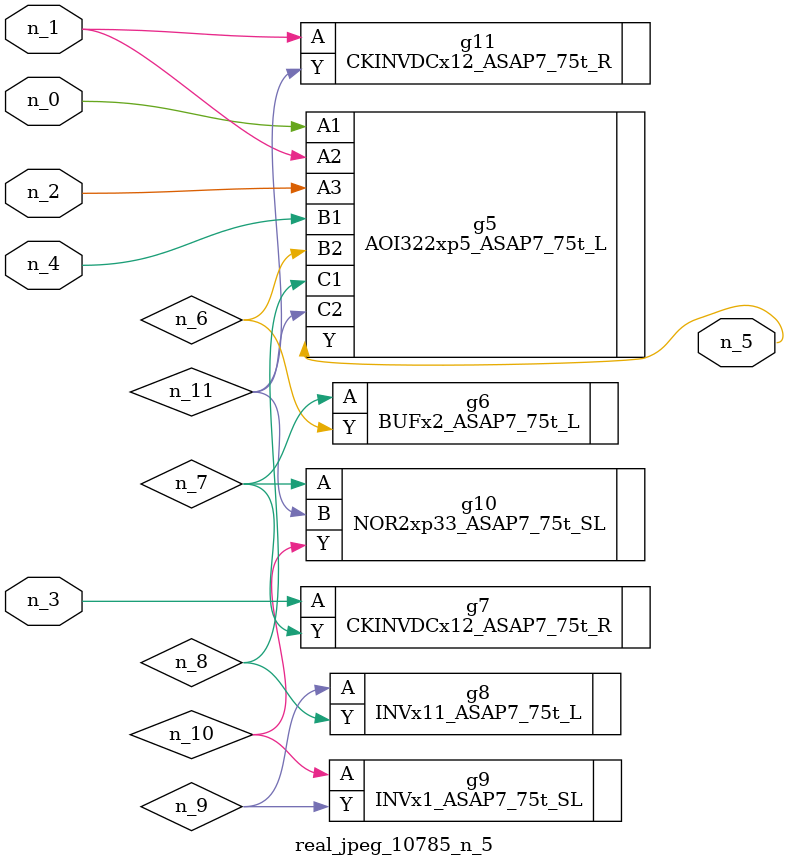
<source format=v>
module real_jpeg_10785_n_5 (n_4, n_0, n_1, n_2, n_3, n_5);

input n_4;
input n_0;
input n_1;
input n_2;
input n_3;

output n_5;

wire n_8;
wire n_11;
wire n_6;
wire n_7;
wire n_10;
wire n_9;

AOI322xp5_ASAP7_75t_L g5 ( 
.A1(n_0),
.A2(n_1),
.A3(n_2),
.B1(n_4),
.B2(n_6),
.C1(n_8),
.C2(n_11),
.Y(n_5)
);

CKINVDCx12_ASAP7_75t_R g11 ( 
.A(n_1),
.Y(n_11)
);

CKINVDCx12_ASAP7_75t_R g7 ( 
.A(n_3),
.Y(n_7)
);

BUFx2_ASAP7_75t_L g6 ( 
.A(n_7),
.Y(n_6)
);

NOR2xp33_ASAP7_75t_SL g10 ( 
.A(n_7),
.B(n_11),
.Y(n_10)
);

INVx11_ASAP7_75t_L g8 ( 
.A(n_9),
.Y(n_8)
);

INVx1_ASAP7_75t_SL g9 ( 
.A(n_10),
.Y(n_9)
);


endmodule
</source>
